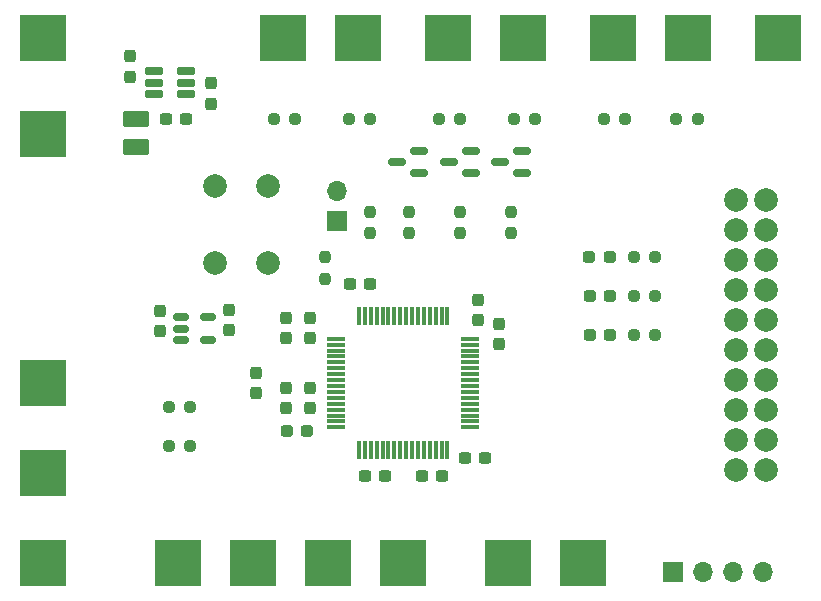
<source format=gts>
G04 #@! TF.GenerationSoftware,KiCad,Pcbnew,9.0.0*
G04 #@! TF.CreationDate,2025-08-17T11:06:40-05:00*
G04 #@! TF.ProjectId,silver-platter,73696c76-6572-42d7-906c-61747465722e,rev?*
G04 #@! TF.SameCoordinates,Original*
G04 #@! TF.FileFunction,Soldermask,Top*
G04 #@! TF.FilePolarity,Negative*
%FSLAX46Y46*%
G04 Gerber Fmt 4.6, Leading zero omitted, Abs format (unit mm)*
G04 Created by KiCad (PCBNEW 9.0.0) date 2025-08-17 11:06:40*
%MOMM*%
%LPD*%
G01*
G04 APERTURE LIST*
G04 Aperture macros list*
%AMRoundRect*
0 Rectangle with rounded corners*
0 $1 Rounding radius*
0 $2 $3 $4 $5 $6 $7 $8 $9 X,Y pos of 4 corners*
0 Add a 4 corners polygon primitive as box body*
4,1,4,$2,$3,$4,$5,$6,$7,$8,$9,$2,$3,0*
0 Add four circle primitives for the rounded corners*
1,1,$1+$1,$2,$3*
1,1,$1+$1,$4,$5*
1,1,$1+$1,$6,$7*
1,1,$1+$1,$8,$9*
0 Add four rect primitives between the rounded corners*
20,1,$1+$1,$2,$3,$4,$5,0*
20,1,$1+$1,$4,$5,$6,$7,0*
20,1,$1+$1,$6,$7,$8,$9,0*
20,1,$1+$1,$8,$9,$2,$3,0*%
G04 Aperture macros list end*
%ADD10RoundRect,0.237500X0.237500X-0.300000X0.237500X0.300000X-0.237500X0.300000X-0.237500X-0.300000X0*%
%ADD11RoundRect,0.237500X0.250000X0.237500X-0.250000X0.237500X-0.250000X-0.237500X0.250000X-0.237500X0*%
%ADD12R,4.000000X4.000000*%
%ADD13RoundRect,0.237500X-0.237500X0.300000X-0.237500X-0.300000X0.237500X-0.300000X0.237500X0.300000X0*%
%ADD14RoundRect,0.150000X-0.512500X-0.150000X0.512500X-0.150000X0.512500X0.150000X-0.512500X0.150000X0*%
%ADD15RoundRect,0.237500X0.237500X-0.250000X0.237500X0.250000X-0.237500X0.250000X-0.237500X-0.250000X0*%
%ADD16RoundRect,0.237500X-0.250000X-0.237500X0.250000X-0.237500X0.250000X0.237500X-0.250000X0.237500X0*%
%ADD17RoundRect,0.237500X-0.300000X-0.237500X0.300000X-0.237500X0.300000X0.237500X-0.300000X0.237500X0*%
%ADD18RoundRect,0.237500X0.300000X0.237500X-0.300000X0.237500X-0.300000X-0.237500X0.300000X-0.237500X0*%
%ADD19C,2.000000*%
%ADD20RoundRect,0.250001X-0.849999X0.462499X-0.849999X-0.462499X0.849999X-0.462499X0.849999X0.462499X0*%
%ADD21RoundRect,0.237500X0.287500X0.237500X-0.287500X0.237500X-0.287500X-0.237500X0.287500X-0.237500X0*%
%ADD22RoundRect,0.237500X-0.237500X0.250000X-0.237500X-0.250000X0.237500X-0.250000X0.237500X0.250000X0*%
%ADD23RoundRect,0.162500X0.617500X0.162500X-0.617500X0.162500X-0.617500X-0.162500X0.617500X-0.162500X0*%
%ADD24R,1.700000X1.700000*%
%ADD25O,1.700000X1.700000*%
%ADD26RoundRect,0.150000X0.587500X0.150000X-0.587500X0.150000X-0.587500X-0.150000X0.587500X-0.150000X0*%
%ADD27RoundRect,0.075000X-0.700000X-0.075000X0.700000X-0.075000X0.700000X0.075000X-0.700000X0.075000X0*%
%ADD28RoundRect,0.075000X-0.075000X-0.700000X0.075000X-0.700000X0.075000X0.700000X-0.075000X0.700000X0*%
%ADD29RoundRect,0.237500X-0.287500X-0.237500X0.287500X-0.237500X0.287500X0.237500X-0.287500X0.237500X0*%
G04 APERTURE END LIST*
D10*
X144526000Y-108812500D03*
X144526000Y-107087500D03*
D11*
X173736000Y-102616000D03*
X171911000Y-102616000D03*
D12*
X162560000Y-77470000D03*
D10*
X136117500Y-83031500D03*
X136117500Y-81306500D03*
D12*
X121920000Y-77470000D03*
X156210000Y-77470000D03*
X184150000Y-77470000D03*
D13*
X131826000Y-100536500D03*
X131826000Y-102261500D03*
D12*
X146050000Y-121920000D03*
X142240000Y-77470000D03*
X121920000Y-114300000D03*
D14*
X133615000Y-101123500D03*
X133615000Y-102073500D03*
X133615000Y-103023500D03*
X135890000Y-103023500D03*
X135890000Y-101123500D03*
D12*
X148590000Y-77470000D03*
X121920000Y-106680000D03*
D15*
X149606000Y-93980000D03*
X149606000Y-92155000D03*
D16*
X141431000Y-84328000D03*
X143256000Y-84328000D03*
D10*
X142494000Y-108812500D03*
X142494000Y-107087500D03*
D17*
X157633500Y-113030000D03*
X159358500Y-113030000D03*
D12*
X139700000Y-121920000D03*
D18*
X149606000Y-98298000D03*
X147881000Y-98298000D03*
D19*
X136470000Y-96520000D03*
X136470000Y-90020000D03*
X140970000Y-96520000D03*
X140970000Y-90020000D03*
D16*
X175514000Y-84328000D03*
X177339000Y-84328000D03*
D20*
X129767500Y-84354500D03*
X129767500Y-86679500D03*
D12*
X176530000Y-77470000D03*
D11*
X173736000Y-99314000D03*
X171911000Y-99314000D03*
D16*
X132541000Y-112014000D03*
X134366000Y-112014000D03*
D21*
X169926000Y-102616000D03*
X168176000Y-102616000D03*
X169898000Y-96012000D03*
X168148000Y-96012000D03*
D22*
X152908000Y-92155000D03*
X152908000Y-93980000D03*
D19*
X180594000Y-91186000D03*
X183134000Y-91186000D03*
X180594000Y-93726000D03*
X183134000Y-93726000D03*
X180594000Y-96266000D03*
X183134000Y-96266000D03*
X180594000Y-98806000D03*
X183134000Y-98806000D03*
X180594000Y-101346000D03*
X183134000Y-101346000D03*
X180594000Y-103886000D03*
X183134000Y-103886000D03*
X180594000Y-106426000D03*
X183134000Y-106426000D03*
X180594000Y-108966000D03*
X183134000Y-108966000D03*
X180594000Y-111506000D03*
X183134000Y-111506000D03*
X180594000Y-114046000D03*
X183134000Y-114046000D03*
D12*
X121920000Y-121920000D03*
D23*
X133991500Y-82190500D03*
X133991500Y-81240500D03*
X133991500Y-80290500D03*
X131291500Y-80290500D03*
X131291500Y-81240500D03*
X131291500Y-82190500D03*
D11*
X173736000Y-96012000D03*
X171911000Y-96012000D03*
D12*
X133350000Y-121920000D03*
D24*
X175260000Y-122682000D03*
D25*
X177800000Y-122682000D03*
X180340000Y-122682000D03*
X182880000Y-122682000D03*
D12*
X121920000Y-85598000D03*
X152400000Y-121920000D03*
D10*
X160528000Y-103378000D03*
X160528000Y-101653000D03*
D18*
X134032500Y-84354500D03*
X132307500Y-84354500D03*
D13*
X137668000Y-100483500D03*
X137668000Y-102208500D03*
D26*
X162500000Y-88900000D03*
X162500000Y-87000000D03*
X160625000Y-87950000D03*
D18*
X150876000Y-114554000D03*
X149151000Y-114554000D03*
D13*
X139954000Y-105817500D03*
X139954000Y-107542500D03*
D16*
X161751000Y-84328000D03*
X163576000Y-84328000D03*
D22*
X161544000Y-92155000D03*
X161544000Y-93980000D03*
D26*
X153767000Y-88900000D03*
X153767000Y-87000000D03*
X151892000Y-87950000D03*
D18*
X155702000Y-114554000D03*
X153977000Y-114554000D03*
D12*
X170180000Y-77470000D03*
D10*
X144526000Y-102870000D03*
X144526000Y-101145000D03*
D12*
X167640000Y-121920000D03*
X161290000Y-121920000D03*
D11*
X134366000Y-108712000D03*
X132541000Y-108712000D03*
D10*
X129259500Y-80745500D03*
X129259500Y-79020500D03*
D21*
X169926000Y-99314000D03*
X168176000Y-99314000D03*
D15*
X145796000Y-97837000D03*
X145796000Y-96012000D03*
D16*
X155401000Y-84328000D03*
X157226000Y-84328000D03*
D27*
X146725000Y-102930000D03*
X146725000Y-103430000D03*
X146725000Y-103930000D03*
X146725000Y-104430000D03*
X146725000Y-104930000D03*
X146725000Y-105430000D03*
X146725000Y-105930000D03*
X146725000Y-106430000D03*
X146725000Y-106930000D03*
X146725000Y-107430000D03*
X146725000Y-107930000D03*
X146725000Y-108430000D03*
X146725000Y-108930000D03*
X146725000Y-109430000D03*
X146725000Y-109930000D03*
X146725000Y-110430000D03*
D28*
X148650000Y-112355000D03*
X149150000Y-112355000D03*
X149650000Y-112355000D03*
X150150000Y-112355000D03*
X150650000Y-112355000D03*
X151150000Y-112355000D03*
X151650000Y-112355000D03*
X152150000Y-112355000D03*
X152650000Y-112355000D03*
X153150000Y-112355000D03*
X153650000Y-112355000D03*
X154150000Y-112355000D03*
X154650000Y-112355000D03*
X155150000Y-112355000D03*
X155650000Y-112355000D03*
X156150000Y-112355000D03*
D27*
X158075000Y-110430000D03*
X158075000Y-109930000D03*
X158075000Y-109430000D03*
X158075000Y-108930000D03*
X158075000Y-108430000D03*
X158075000Y-107930000D03*
X158075000Y-107430000D03*
X158075000Y-106930000D03*
X158075000Y-106430000D03*
X158075000Y-105930000D03*
X158075000Y-105430000D03*
X158075000Y-104930000D03*
X158075000Y-104430000D03*
X158075000Y-103930000D03*
X158075000Y-103430000D03*
X158075000Y-102930000D03*
D28*
X156150000Y-101005000D03*
X155650000Y-101005000D03*
X155150000Y-101005000D03*
X154650000Y-101005000D03*
X154150000Y-101005000D03*
X153650000Y-101005000D03*
X153150000Y-101005000D03*
X152650000Y-101005000D03*
X152150000Y-101005000D03*
X151650000Y-101005000D03*
X151150000Y-101005000D03*
X150650000Y-101005000D03*
X150150000Y-101005000D03*
X149650000Y-101005000D03*
X149150000Y-101005000D03*
X148650000Y-101005000D03*
D26*
X158182000Y-88900000D03*
X158182000Y-87000000D03*
X156307000Y-87950000D03*
D10*
X158750000Y-101346000D03*
X158750000Y-99621000D03*
D29*
X142522000Y-110744000D03*
X144272000Y-110744000D03*
D22*
X157226000Y-92155000D03*
X157226000Y-93980000D03*
D24*
X146812000Y-92964000D03*
D25*
X146812000Y-90424000D03*
D16*
X169371000Y-84328000D03*
X171196000Y-84328000D03*
X147781000Y-84328000D03*
X149606000Y-84328000D03*
D10*
X142494000Y-102870000D03*
X142494000Y-101145000D03*
M02*

</source>
